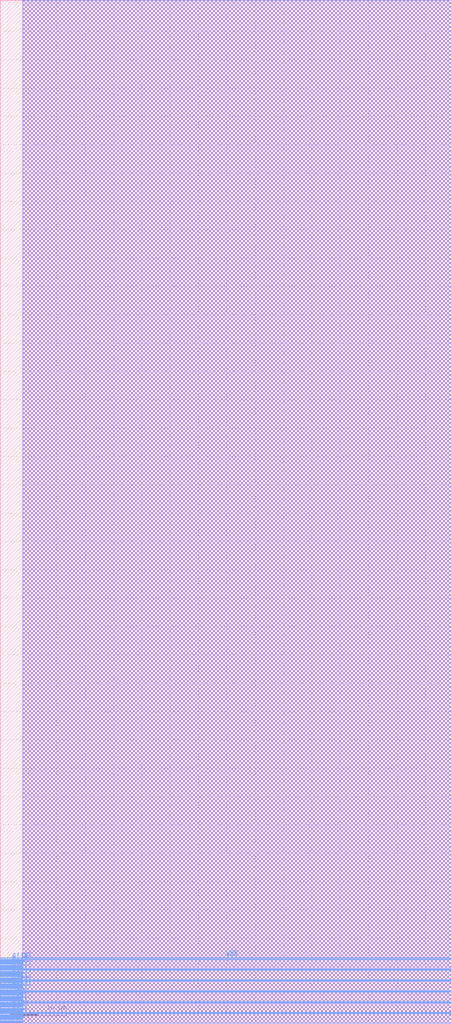
<source format=lef>
VERSION 5.6 ;
BUSBITCHARS "[]" ;
DIVIDERCHAR "/" ;

MACRO SRAM1RW1024x17
  CLASS BLOCK ;
  ORIGIN 0 0 ;
  FOREIGN SRAM1RW1024x17 0 0 ;
  SIZE 79.568 BY 180.46 ;
  SYMMETRY X Y ;
  SITE coreSite ;
  PIN VDD
    DIRECTION INOUT ;
    USE POWER ;
    PORT 
      LAYER M4 ;
        RECT 0.0 1.632 79.568 1.728 ;
        RECT 0.0 3.552 79.568 3.648 ;
        RECT 0.0 5.472 79.568 5.568 ;
        RECT 0.0 7.392 79.568 7.488 ;
        RECT 0.0 9.312 79.568 9.408 ;
        RECT 0.0 11.232 79.568 11.328 ;
    END 
  END VDD
  PIN VSS
    DIRECTION INOUT ;
    USE GROUND ;
    PORT 
      LAYER M4 ;
        RECT 0.0 1.824 79.568 1.92 ;
        RECT 0.0 3.744 79.568 3.84 ;
        RECT 0.0 5.664 79.568 5.76 ;
        RECT 0.0 7.584 79.568 7.68 ;
        RECT 0.0 9.504 79.568 9.6 ;
        RECT 0.0 11.424 79.568 11.52 ;
    END 
  END VSS
  PIN CE
    DIRECTION INPUT ;
    USE SIGNAL ;
    PORT 
      LAYER M4 ;
        RECT 0.0 0.096 4.0 0.192 ;
    END 
  END CE
  PIN WEB
    DIRECTION INPUT ;
    USE SIGNAL ;
    PORT 
      LAYER M4 ;
        RECT 0.0 0.288 4.0 0.384 ;
    END 
  END WEB
  PIN OEB
    DIRECTION INPUT ;
    USE SIGNAL ;
    PORT 
      LAYER M4 ;
        RECT 0.0 0.48 4.0 0.576 ;
    END 
  END OEB
  PIN CSB
    DIRECTION INPUT ;
    USE SIGNAL ;
    PORT 
      LAYER M4 ;
        RECT 0.0 0.672 4.0 0.768 ;
    END 
  END CSB
  PIN A[0]
    DIRECTION INPUT ;
    USE SIGNAL ;
    PORT 
      LAYER M4 ;
        RECT 0.0 0.864 4.0 0.96 ;
    END 
  END A[0]
  PIN A[1]
    DIRECTION INPUT ;
    USE SIGNAL ;
    PORT 
      LAYER M4 ;
        RECT 0.0 1.056 4.0 1.152 ;
    END 
  END A[1]
  PIN A[2]
    DIRECTION INPUT ;
    USE SIGNAL ;
    PORT 
      LAYER M4 ;
        RECT 0.0 1.248 4.0 1.344 ;
    END 
  END A[2]
  PIN A[3]
    DIRECTION INPUT ;
    USE SIGNAL ;
    PORT 
      LAYER M4 ;
        RECT 0.0 1.44 4.0 1.536 ;
    END 
  END A[3]
  PIN A[4]
    DIRECTION INPUT ;
    USE SIGNAL ;
    PORT 
      LAYER M4 ;
        RECT 0.0 2.016 4.0 2.112 ;
    END 
  END A[4]
  PIN A[5]
    DIRECTION INPUT ;
    USE SIGNAL ;
    PORT 
      LAYER M4 ;
        RECT 0.0 2.208 4.0 2.304 ;
    END 
  END A[5]
  PIN A[6]
    DIRECTION INPUT ;
    USE SIGNAL ;
    PORT 
      LAYER M4 ;
        RECT 0.0 2.4 4.0 2.496 ;
    END 
  END A[6]
  PIN A[7]
    DIRECTION INPUT ;
    USE SIGNAL ;
    PORT 
      LAYER M4 ;
        RECT 0.0 2.592 4.0 2.688 ;
    END 
  END A[7]
  PIN A[8]
    DIRECTION INPUT ;
    USE SIGNAL ;
    PORT 
      LAYER M4 ;
        RECT 0.0 2.784 4.0 2.88 ;
    END 
  END A[8]
  PIN A[9]
    DIRECTION INPUT ;
    USE SIGNAL ;
    PORT 
      LAYER M4 ;
        RECT 0.0 2.976 4.0 3.072 ;
    END 
  END A[9]
  PIN I[0]
    DIRECTION INPUT ;
    USE SIGNAL ;
    PORT 
      LAYER M4 ;
        RECT 0.0 3.168 4.0 3.264 ;
    END 
  END I[0]
  PIN I[1]
    DIRECTION INPUT ;
    USE SIGNAL ;
    PORT 
      LAYER M4 ;
        RECT 0.0 3.36 4.0 3.456 ;
    END 
  END I[1]
  PIN I[2]
    DIRECTION INPUT ;
    USE SIGNAL ;
    PORT 
      LAYER M4 ;
        RECT 0.0 3.936 4.0 4.032 ;
    END 
  END I[2]
  PIN I[3]
    DIRECTION INPUT ;
    USE SIGNAL ;
    PORT 
      LAYER M4 ;
        RECT 0.0 4.128 4.0 4.224 ;
    END 
  END I[3]
  PIN I[4]
    DIRECTION INPUT ;
    USE SIGNAL ;
    PORT 
      LAYER M4 ;
        RECT 0.0 4.32 4.0 4.416 ;
    END 
  END I[4]
  PIN I[5]
    DIRECTION INPUT ;
    USE SIGNAL ;
    PORT 
      LAYER M4 ;
        RECT 0.0 4.512 4.0 4.608 ;
    END 
  END I[5]
  PIN I[6]
    DIRECTION INPUT ;
    USE SIGNAL ;
    PORT 
      LAYER M4 ;
        RECT 0.0 4.704 4.0 4.8 ;
    END 
  END I[6]
  PIN I[7]
    DIRECTION INPUT ;
    USE SIGNAL ;
    PORT 
      LAYER M4 ;
        RECT 0.0 4.896 4.0 4.992 ;
    END 
  END I[7]
  PIN I[8]
    DIRECTION INPUT ;
    USE SIGNAL ;
    PORT 
      LAYER M4 ;
        RECT 0.0 5.088 4.0 5.184 ;
    END 
  END I[8]
  PIN I[9]
    DIRECTION INPUT ;
    USE SIGNAL ;
    PORT 
      LAYER M4 ;
        RECT 0.0 5.28 4.0 5.376 ;
    END 
  END I[9]
  PIN I[10]
    DIRECTION INPUT ;
    USE SIGNAL ;
    PORT 
      LAYER M4 ;
        RECT 0.0 5.856 4.0 5.952 ;
    END 
  END I[10]
  PIN I[11]
    DIRECTION INPUT ;
    USE SIGNAL ;
    PORT 
      LAYER M4 ;
        RECT 0.0 6.048 4.0 6.144 ;
    END 
  END I[11]
  PIN I[12]
    DIRECTION INPUT ;
    USE SIGNAL ;
    PORT 
      LAYER M4 ;
        RECT 0.0 6.24 4.0 6.336 ;
    END 
  END I[12]
  PIN I[13]
    DIRECTION INPUT ;
    USE SIGNAL ;
    PORT 
      LAYER M4 ;
        RECT 0.0 6.432 4.0 6.528 ;
    END 
  END I[13]
  PIN I[14]
    DIRECTION INPUT ;
    USE SIGNAL ;
    PORT 
      LAYER M4 ;
        RECT 0.0 6.624 4.0 6.72 ;
    END 
  END I[14]
  PIN I[15]
    DIRECTION INPUT ;
    USE SIGNAL ;
    PORT 
      LAYER M4 ;
        RECT 0.0 6.816 4.0 6.912 ;
    END 
  END I[15]
  PIN I[16]
    DIRECTION INPUT ;
    USE SIGNAL ;
    PORT 
      LAYER M4 ;
        RECT 0.0 7.008 4.0 7.104 ;
    END 
  END I[16]
  PIN O[0]
    DIRECTION OUTPUT ;
    USE SIGNAL ;
    PORT 
      LAYER M4 ;
        RECT 0.0 7.2 4.0 7.296 ;
    END 
  END O[0]
  PIN O[1]
    DIRECTION OUTPUT ;
    USE SIGNAL ;
    PORT 
      LAYER M4 ;
        RECT 0.0 7.776 4.0 7.872 ;
    END 
  END O[1]
  PIN O[2]
    DIRECTION OUTPUT ;
    USE SIGNAL ;
    PORT 
      LAYER M4 ;
        RECT 0.0 7.968 4.0 8.064 ;
    END 
  END O[2]
  PIN O[3]
    DIRECTION OUTPUT ;
    USE SIGNAL ;
    PORT 
      LAYER M4 ;
        RECT 0.0 8.16 4.0 8.256 ;
    END 
  END O[3]
  PIN O[4]
    DIRECTION OUTPUT ;
    USE SIGNAL ;
    PORT 
      LAYER M4 ;
        RECT 0.0 8.352 4.0 8.448 ;
    END 
  END O[4]
  PIN O[5]
    DIRECTION OUTPUT ;
    USE SIGNAL ;
    PORT 
      LAYER M4 ;
        RECT 0.0 8.544 4.0 8.64 ;
    END 
  END O[5]
  PIN O[6]
    DIRECTION OUTPUT ;
    USE SIGNAL ;
    PORT 
      LAYER M4 ;
        RECT 0.0 8.736 4.0 8.832 ;
    END 
  END O[6]
  PIN O[7]
    DIRECTION OUTPUT ;
    USE SIGNAL ;
    PORT 
      LAYER M4 ;
        RECT 0.0 8.928 4.0 9.024 ;
    END 
  END O[7]
  PIN O[8]
    DIRECTION OUTPUT ;
    USE SIGNAL ;
    PORT 
      LAYER M4 ;
        RECT 0.0 9.12 4.0 9.216 ;
    END 
  END O[8]
  PIN O[9]
    DIRECTION OUTPUT ;
    USE SIGNAL ;
    PORT 
      LAYER M4 ;
        RECT 0.0 9.696 4.0 9.792 ;
    END 
  END O[9]
  PIN O[10]
    DIRECTION OUTPUT ;
    USE SIGNAL ;
    PORT 
      LAYER M4 ;
        RECT 0.0 9.888 4.0 9.984 ;
    END 
  END O[10]
  PIN O[11]
    DIRECTION OUTPUT ;
    USE SIGNAL ;
    PORT 
      LAYER M4 ;
        RECT 0.0 10.08 4.0 10.176 ;
    END 
  END O[11]
  PIN O[12]
    DIRECTION OUTPUT ;
    USE SIGNAL ;
    PORT 
      LAYER M4 ;
        RECT 0.0 10.272 4.0 10.368 ;
    END 
  END O[12]
  PIN O[13]
    DIRECTION OUTPUT ;
    USE SIGNAL ;
    PORT 
      LAYER M4 ;
        RECT 0.0 10.464 4.0 10.56 ;
    END 
  END O[13]
  PIN O[14]
    DIRECTION OUTPUT ;
    USE SIGNAL ;
    PORT 
      LAYER M4 ;
        RECT 0.0 10.656 4.0 10.752 ;
    END 
  END O[14]
  PIN O[15]
    DIRECTION OUTPUT ;
    USE SIGNAL ;
    PORT 
      LAYER M4 ;
        RECT 0.0 10.848 4.0 10.944 ;
    END 
  END O[15]
  PIN O[16]
    DIRECTION OUTPUT ;
    USE SIGNAL ;
    PORT 
      LAYER M4 ;
        RECT 0.0 11.04 4.0 11.136 ;
    END 
  END O[16]
  OBS 
    LAYER M1 ;
      RECT 4.0 0.0 79.568 180.46 ;
    LAYER M2 ;
      RECT 4.0 0.0 79.568 180.46 ;
    LAYER M3 ;
      RECT 4.0 0.0 79.568 180.46 ;
  END 
END SRAM1RW1024x17

END LIBRARY
</source>
